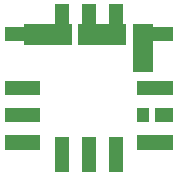
<source format=gtp>
G04 #@! TF.GenerationSoftware,KiCad,Pcbnew,(5.1.10)-1*
G04 #@! TF.CreationDate,2022-02-14T20:21:52+09:00*
G04 #@! TF.ProjectId,Integrated_Power_Board,496e7465-6772-4617-9465-645f506f7765,rev?*
G04 #@! TF.SameCoordinates,Original*
G04 #@! TF.FileFunction,Paste,Top*
G04 #@! TF.FilePolarity,Positive*
%FSLAX46Y46*%
G04 Gerber Fmt 4.6, Leading zero omitted, Abs format (unit mm)*
G04 Created by KiCad (PCBNEW (5.1.10)-1) date 2022-02-14 20:21:52*
%MOMM*%
%LPD*%
G01*
G04 APERTURE LIST*
%ADD10C,0.100000*%
G04 APERTURE END LIST*
D10*
G36*
X147485000Y-90776000D02*
G01*
X147485000Y-89006000D01*
X151555000Y-89006000D01*
X151555000Y-90776000D01*
X147485000Y-90776000D01*
G37*
G36*
X142905000Y-90776000D02*
G01*
X142905000Y-89006000D01*
X146975000Y-89006000D01*
X146975000Y-90776000D01*
X142905000Y-90776000D01*
G37*
G36*
X152090000Y-93071000D02*
G01*
X152090000Y-89001000D01*
X153860000Y-89001000D01*
X153860000Y-93071000D01*
X152090000Y-93071000D01*
G37*
G36*
X152475000Y-97361000D02*
G01*
X152475000Y-96161000D01*
X153475000Y-96161000D01*
X153475000Y-97361000D01*
X152475000Y-97361000D01*
G37*
G36*
X153975000Y-97361000D02*
G01*
X153975000Y-96161000D01*
X155475000Y-96161000D01*
X155475000Y-97361000D01*
X153975000Y-97361000D01*
G37*
G36*
X150065000Y-90371000D02*
G01*
X150065000Y-87371000D01*
X151265000Y-87371000D01*
X151265000Y-90371000D01*
X150065000Y-90371000D01*
G37*
G36*
X147775000Y-90371000D02*
G01*
X147775000Y-87371000D01*
X148975000Y-87371000D01*
X148975000Y-90371000D01*
X147775000Y-90371000D01*
G37*
G36*
X145485000Y-90371000D02*
G01*
X145485000Y-87371000D01*
X146685000Y-87371000D01*
X146685000Y-90371000D01*
X145485000Y-90371000D01*
G37*
G36*
X141275000Y-90491000D02*
G01*
X141275000Y-89291000D01*
X144275000Y-89291000D01*
X144275000Y-90491000D01*
X141275000Y-90491000D01*
G37*
G36*
X152475000Y-90491000D02*
G01*
X152475000Y-89291000D01*
X155475000Y-89291000D01*
X155475000Y-90491000D01*
X152475000Y-90491000D01*
G37*
G36*
X152475000Y-95071000D02*
G01*
X152475000Y-93871000D01*
X155475000Y-93871000D01*
X155475000Y-95071000D01*
X152475000Y-95071000D01*
G37*
G36*
X152475000Y-99651000D02*
G01*
X152475000Y-98451000D01*
X155475000Y-98451000D01*
X155475000Y-99651000D01*
X152475000Y-99651000D01*
G37*
G36*
X141275000Y-95071000D02*
G01*
X141275000Y-93871000D01*
X144275000Y-93871000D01*
X144275000Y-95071000D01*
X141275000Y-95071000D01*
G37*
G36*
X141275000Y-97361000D02*
G01*
X141275000Y-96161000D01*
X144275000Y-96161000D01*
X144275000Y-97361000D01*
X141275000Y-97361000D01*
G37*
G36*
X141275000Y-99651000D02*
G01*
X141275000Y-98451000D01*
X144275000Y-98451000D01*
X144275000Y-99651000D01*
X141275000Y-99651000D01*
G37*
G36*
X150065000Y-101571000D02*
G01*
X150065000Y-98571000D01*
X151265000Y-98571000D01*
X151265000Y-101571000D01*
X150065000Y-101571000D01*
G37*
G36*
X147775000Y-101571000D02*
G01*
X147775000Y-98571000D01*
X148975000Y-98571000D01*
X148975000Y-101571000D01*
X147775000Y-101571000D01*
G37*
G36*
X145485000Y-101571000D02*
G01*
X145485000Y-98571000D01*
X146685000Y-98571000D01*
X146685000Y-101571000D01*
X145485000Y-101571000D01*
G37*
M02*

</source>
